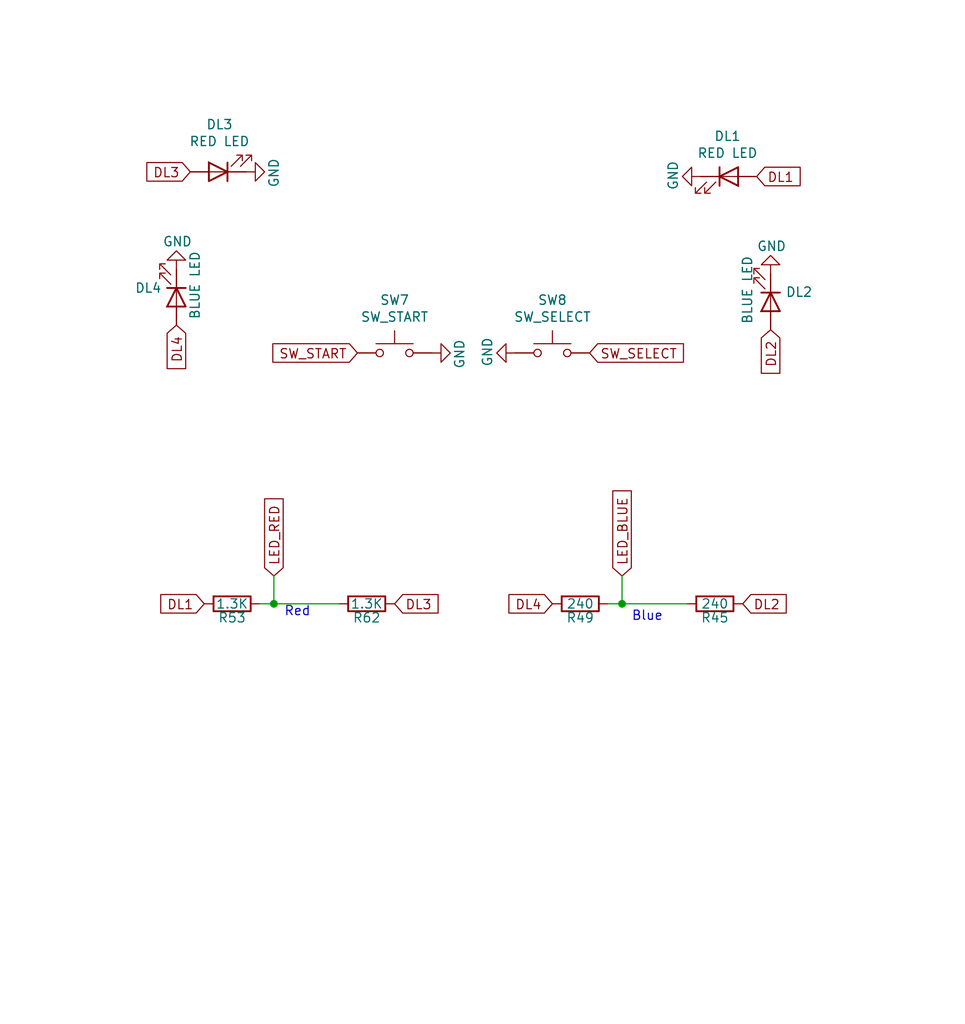
<source format=kicad_sch>
(kicad_sch (version 20230121) (generator eeschema)
  (paper "User" 132.004 140.005)
  (title_block (title "Start & Select Board"))
  (lib_symbols
    (symbol "Device:LED" (pin_numbers hide) (pin_names (offset 1.016) hide)
      (property "Reference" "D" (at 0 2.54 0))
      (property "Value" "LED" (at 0 -2.54 0))
      (symbol "LED_0_1"
        (polyline (pts (xy -1.27 -1.27) (xy -1.27 1.27)) (stroke (width 0.254)))
        (polyline (pts (xy -1.27 0) (xy 1.27 0)))
        (polyline (pts (xy 1.27 -1.27) (xy 1.27 1.27) (xy -1.27 0) (xy 1.27 -1.27)) (stroke (width 0.254)))
        (polyline (pts (xy -3.048 -0.762) (xy -4.572 -2.286) (xy -3.81 -2.286) (xy -4.572 -2.286) (xy -4.572 -1.524)))
        (polyline (pts (xy -1.778 -0.762) (xy -3.302 -2.286) (xy -2.54 -2.286) (xy -3.302 -2.286) (xy -3.302 -1.524)))
      )
      (symbol "LED_1_1"
        (pin passive line (at -3.81 0 0) (length 2.54) (name "K") (number "1"))
        (pin passive line (at 3.81 0 180) (length 2.54) (name "A") (number "2"))
      )
    )
    (symbol "Device:R" (pin_numbers hide) (pin_names (offset 0))
      (property "Reference" "R" (at 2.032 0 90))
      (property "Value" "R" (at 0 0 90))
      (symbol "R_0_1"
        (rectangle (start -1.016 -2.54) (end 1.016 2.54) (stroke (width 0.254)))
      )
      (symbol "R_1_1"
        (pin passive line (at 0 3.81 270) (length 1.27) (name "~") (number "1"))
        (pin passive line (at 0 -3.81 90) (length 1.27) (name "~") (number "2"))
      )
    )
    (symbol "Switch:SW_Push" (pin_numbers hide) (pin_names (offset 1.016) hide)
      (property "Reference" "SW" (at 1.27 2.54 0))
      (property "Value" "SW_Push" (at 0 -1.524 0))
      (symbol "SW_Push_0_1"
        (circle (center -2.032 0) (radius 0.508))
        (polyline (pts (xy 0 1.27) (xy 0 3.048)))
        (polyline (pts (xy 2.54 1.27) (xy -2.54 1.27)))
        (circle (center 2.032 0) (radius 0.508))
        (pin passive line (at -5.08 0 0) (length 2.54) (name "1") (number "1"))
        (pin passive line (at 5.08 0 180) (length 2.54) (name "2") (number "2"))
      )
    )
    (symbol "power:GND" (power) (pin_names (offset 0))
      (property "Value" "GND" (at 0 -3.81 0))
      (symbol "GND_0_1"
        (polyline (pts (xy 0 0) (xy 0 -1.27) (xy 1.27 -1.27) (xy 0 -2.54) (xy -1.27 -1.27) (xy 0 -1.27)))
      )
      (symbol "GND_1_1"
        (pin power_in line (at 0 0 270) (length 0) hide (name "GND") (number "1"))
      )
    )
  )
  (junction (at 37.465 82.55))
  (junction (at 85.09 82.55))
  (wire (pts (xy 46.355 82.55) (xy 37.465 82.55)))
  (wire (pts (xy 85.09 82.55) (xy 93.98 82.55)))
  (wire (pts (xy 85.09 78.74) (xy 85.09 82.55)))
  (wire (pts (xy 83.185 82.55) (xy 85.09 82.55)))
  (wire (pts (xy 37.465 82.55) (xy 35.56 82.55)))
  (wire (pts (xy 37.465 78.74) (xy 37.465 82.55)))
  (text "Red" (at 42.545 84.455 0) (effects (font (size 1.27 1.27)) (justify right bottom)))
  (text "Blue" (at 86.36 85.09 0) (effects (font (size 1.27 1.27)) (justify left bottom)))
  (global_label "SW_SELECT" (shape input) (at 80.645 48.26 0) (property "Intersheetrefs" "${INTERSHEET_REFS}" (effects hide)))
  (global_label "LED_BLUE" (shape input) (at 85.09 78.74 90) (property "Intersheetrefs" "${INTERSHEET_REFS}" (effects hide)))
  (global_label "DL3" (shape input) (at 26.035 23.495 180) (property "Intersheetrefs" "${INTERSHEET_REFS}" (effects hide)))
  (global_label "DL2" (shape input) (at 101.6 82.55 0) (property "Intersheetrefs" "${INTERSHEET_REFS}" (effects hide)))
  (global_label "LED_RED" (shape input) (at 37.465 78.74 90) (property "Intersheetrefs" "${INTERSHEET_REFS}" (effects hide)))
  (global_label "DL2" (shape input) (at 105.41 45.085 270) (property "Intersheetrefs" "${INTERSHEET_REFS}" (effects hide)))
  (global_label "DL4" (shape input) (at 24.13 44.45 270) (property "Intersheetrefs" "${INTERSHEET_REFS}" (effects hide)))
  (global_label "DL1" (shape input) (at 27.94 82.55 180) (property "Intersheetrefs" "${INTERSHEET_REFS}" (effects hide)))
  (global_label "DL1" (shape input) (at 103.505 24.13 0) (property "Intersheetrefs" "${INTERSHEET_REFS}" (effects hide)))
  (global_label "DL4" (shape input) (at 75.565 82.55 180) (property "Intersheetrefs" "${INTERSHEET_REFS}" (effects hide)))
  (global_label "SW_START" (shape input) (at 48.895 48.26 180) (property "Intersheetrefs" "${INTERSHEET_REFS}" (effects hide)))
  (global_label "DL3" (shape input) (at 53.975 82.55 0) (property "Intersheetrefs" "${INTERSHEET_REFS}" (effects hide)))
  (symbol (lib_id "Device:LED") (at 105.41 41.275 270) (unit 1)
    (property "Reference" "DL2" (at 107.442 39.9288 90) (effects (justify left)))
    (property "Value" "BLUE LED" (at 102.235 34.925 0) (effects (justify left)))
  )
  (symbol (lib_id "power:GND") (at 105.41 37.465 180) (unit 1)
    (property "Reference" "#PWR?" (effects hide))
    (property "Value" "GND" (at 103.505 33.655 0) (effects (justify right)))
  )
  (symbol (lib_id "power:GND") (at 33.655 23.495 90) (unit 1)
    (property "Reference" "#PWR?" (effects hide))
    (property "Value" "GND" (at 37.465 21.59 0) (effects (justify right)))
  )
  (symbol (lib_id "power:GND") (at 24.13 36.83 180) (unit 1)
    (property "Reference" "#PWR?" (effects hide))
    (property "Value" "GND" (at 22.225 33.02 0) (effects (justify right)))
  )
  (symbol (lib_id "power:GND") (at 95.885 24.13 270) (unit 1)
    (property "Reference" "#PWR?" (effects hide))
    (property "Value" "GND" (at 92.075 26.035 0) (effects (justify right)))
  )
  (symbol (lib_id "Device:LED") (at 24.13 40.64 270) (unit 1)
    (property "Reference" "DL4" (at 18.415 39.37 90) (effects (justify left)))
    (property "Value" "BLUE LED" (at 26.67 34.29 0) (effects (justify left)))
  )
  (symbol (lib_id "Device:LED") (at 29.845 23.495 180) (unit 1)
    (property "Reference" "DL3" (at 30.0228 17.018 0))
    (property "Value" "RED LED" (at 30.0228 19.3294 0))
  )
  (symbol (lib_id "Device:LED") (at 99.695 24.13 0) (unit 1)
    (property "Reference" "DL1" (at 99.5172 18.6182 0))
    (property "Value" "RED LED" (at 99.5172 20.9296 0))
  )
  (symbol (lib_id "Device:R") (at 50.165 82.55 90) (unit 1)
    (property "Reference" "R62" (at 50.165 84.455 90))
    (property "Value" "1.3K" (at 50.165 82.55 90))
  )
  (symbol (lib_id "Device:R") (at 31.75 82.55 90) (unit 1)
    (property "Reference" "R53" (at 31.75 84.455 90))
    (property "Value" "1.3K" (at 31.75 82.55 90))
  )
  (symbol (lib_id "Device:R") (at 79.375 82.55 90) (unit 1)
    (property "Reference" "R49" (at 79.375 84.455 90))
    (property "Value" "240" (at 79.375 82.55 90))
  )
  (symbol (lib_id "Device:R") (at 97.79 82.55 90) (unit 1)
    (property "Reference" "R45" (at 97.79 84.455 90))
    (property "Value" "240" (at 97.79 82.55 90))
  )
  (symbol (lib_id "Switch:SW_Push") (at 75.565 48.26 0) (unit 1)
    (property "Reference" "SW8" (at 75.565 41.021 0))
    (property "Value" "SW_SELECT" (at 75.565 43.3324 0))
  )
  (symbol (lib_id "Switch:SW_Push") (at 53.975 48.26 0) (unit 1)
    (property "Reference" "SW7" (at 53.975 41.021 0))
    (property "Value" "SW_START" (at 53.975 43.3324 0))
  )
  (symbol (lib_id "power:GND") (at 59.055 48.26 90) (unit 1)
    (property "Reference" "#PWR?" (effects hide))
    (property "Value" "GND" (at 62.865 46.355 0) (effects (justify right)))
  )
  (symbol (lib_id "power:GND") (at 70.485 48.26 270) (unit 1)
    (property "Reference" "#PWR?" (effects hide))
    (property "Value" "GND" (at 66.675 50.165 0) (effects (justify right)))
  )
)
</source>
